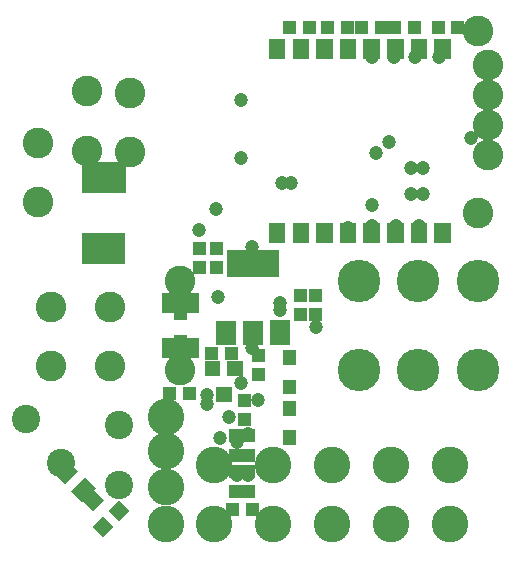
<source format=gbr>
%FSLAX32Y32*%
%MOMM*%
%LNLOETSTOP2*%
G71*
G01*
%ADD10C, 2.60*%
%ADD11C, 3.60*%
%ADD12C, 3.10*%
%ADD13C, 1.20*%
%ADD14C, 2.60*%
%ADD15C, 2.60*%
%ADD16C, 2.40*%
%LPD*%
X5409Y6454D02*
G54D10*
D03*
X5409Y5701D02*
G54D10*
D03*
X6922Y5698D02*
G54D11*
D03*
X6922Y6451D02*
G54D11*
D03*
X7424Y5698D02*
G54D11*
D03*
X7424Y6451D02*
G54D11*
D03*
X7926Y5698D02*
G54D11*
D03*
X7926Y6451D02*
G54D11*
D03*
X5691Y4396D02*
G54D12*
D03*
X5691Y4896D02*
G54D12*
D03*
X6191Y4396D02*
G54D12*
D03*
X6191Y4896D02*
G54D12*
D03*
X6691Y4396D02*
G54D12*
D03*
X6691Y4896D02*
G54D12*
D03*
X7191Y4396D02*
G54D12*
D03*
X7191Y4896D02*
G54D12*
D03*
X7691Y4396D02*
G54D12*
D03*
X7691Y4896D02*
G54D12*
D03*
X5286Y5301D02*
G54D12*
D03*
X5286Y5015D02*
G54D12*
D03*
X5286Y4396D02*
G54D12*
D03*
G36*
X5572Y6354D02*
X5572Y6184D01*
X5252Y6184D01*
X5252Y6354D01*
X5572Y6354D01*
G37*
G36*
X5572Y5974D02*
X5572Y5804D01*
X5252Y5804D01*
X5252Y5974D01*
X5572Y5974D01*
G37*
G36*
X5631Y6787D02*
X5631Y6677D01*
X5521Y6677D01*
X5521Y6787D01*
X5631Y6787D01*
G37*
G36*
X5630Y6620D02*
X5630Y6510D01*
X5520Y6510D01*
X5520Y6620D01*
X5630Y6620D01*
G37*
G36*
X5938Y5648D02*
X5808Y5648D01*
X5808Y5778D01*
X5938Y5778D01*
X5938Y5648D01*
G37*
G36*
X5748Y5648D02*
X5618Y5648D01*
X5618Y5778D01*
X5748Y5778D01*
X5748Y5648D01*
G37*
G36*
X5843Y5426D02*
X5713Y5426D01*
X5713Y5556D01*
X5843Y5556D01*
X5843Y5426D01*
G37*
X5636Y5412D02*
G54D13*
D03*
X5636Y5492D02*
G54D13*
D03*
X4985Y8047D02*
G54D14*
D03*
X4985Y7547D02*
G54D14*
D03*
X7931Y8568D02*
G54D14*
D03*
X7931Y7028D02*
G54D14*
D03*
X4811Y6238D02*
G54D15*
D03*
X4811Y5738D02*
G54D15*
D03*
X4311Y6238D02*
G54D15*
D03*
X4311Y5738D02*
G54D15*
D03*
X6271Y7285D02*
G54D13*
D03*
X6350Y7285D02*
G54D13*
D03*
G36*
X6340Y5911D02*
X6170Y5911D01*
X6170Y6121D01*
X6340Y6121D01*
X6340Y5911D01*
G37*
G36*
X6110Y5910D02*
X5940Y5910D01*
X5940Y6120D01*
X6110Y6120D01*
X6110Y5910D01*
G37*
G36*
X5880Y5910D02*
X5710Y5910D01*
X5710Y6120D01*
X5880Y6120D01*
X5880Y5910D01*
G37*
G36*
X6244Y6487D02*
X5804Y6487D01*
X5804Y6717D01*
X6244Y6717D01*
X6244Y6487D01*
G37*
X5731Y6317D02*
G54D13*
D03*
G36*
X6124Y5882D02*
X6124Y5772D01*
X6014Y5772D01*
X6014Y5882D01*
X6124Y5882D01*
G37*
G36*
X6123Y5715D02*
X6123Y5605D01*
X6013Y5605D01*
X6013Y5715D01*
X6123Y5715D01*
G37*
X6017Y5888D02*
G54D13*
D03*
X6017Y6746D02*
G54D13*
D03*
G36*
X6012Y5501D02*
X6012Y5391D01*
X5902Y5391D01*
X5902Y5501D01*
X6012Y5501D01*
G37*
G36*
X6011Y5334D02*
X6011Y5224D01*
X5901Y5224D01*
X5901Y5334D01*
X6011Y5334D01*
G37*
G36*
X6044Y5200D02*
X6044Y5090D01*
X5934Y5090D01*
X5934Y5200D01*
X6044Y5200D01*
G37*
G36*
X6043Y5033D02*
X6043Y4923D01*
X5933Y4923D01*
X5933Y5033D01*
X6043Y5033D01*
G37*
X5826Y5301D02*
G54D13*
D03*
X5985Y5158D02*
G54D13*
D03*
X6064Y5444D02*
G54D13*
D03*
X7398Y8349D02*
G54D13*
D03*
X8017Y8285D02*
G54D14*
D03*
X8017Y8031D02*
G54D14*
D03*
X8017Y7777D02*
G54D14*
D03*
X8017Y7523D02*
G54D14*
D03*
G36*
X5774Y6787D02*
X5774Y6677D01*
X5664Y6677D01*
X5664Y6787D01*
X5774Y6787D01*
G37*
G36*
X5773Y6620D02*
X5773Y6510D01*
X5663Y6510D01*
X5663Y6620D01*
X5773Y6620D01*
G37*
X5572Y6888D02*
G54D13*
D03*
X7874Y7666D02*
G54D13*
D03*
G36*
X4575Y6601D02*
X4575Y6861D01*
X4945Y6861D01*
X4945Y6601D01*
X4575Y6601D01*
G37*
G36*
X4576Y7203D02*
X4576Y7463D01*
X4946Y7463D01*
X4946Y7203D01*
X4576Y7203D01*
G37*
X4620Y8063D02*
G54D14*
D03*
X4620Y7555D02*
G54D14*
D03*
X4207Y7127D02*
G54D15*
D03*
X4207Y7627D02*
G54D15*
D03*
X7033Y7095D02*
G54D13*
D03*
X7033Y6920D02*
G54D13*
D03*
X5715Y7063D02*
G54D13*
D03*
X7223Y8349D02*
G54D13*
D03*
G36*
X5897Y5786D02*
X5787Y5786D01*
X5787Y5896D01*
X5897Y5896D01*
X5897Y5786D01*
G37*
G36*
X5730Y5785D02*
X5620Y5785D01*
X5620Y5895D01*
X5730Y5895D01*
X5730Y5785D01*
G37*
G36*
X6044Y4898D02*
X6044Y4788D01*
X5934Y4788D01*
X5934Y4898D01*
X6044Y4898D01*
G37*
G36*
X6043Y4731D02*
X6043Y4621D01*
X5933Y4621D01*
X5933Y4731D01*
X6043Y4731D01*
G37*
G36*
X5539Y5450D02*
X5429Y5450D01*
X5429Y5560D01*
X5539Y5560D01*
X5539Y5450D01*
G37*
G36*
X5372Y5451D02*
X5262Y5451D01*
X5262Y5561D01*
X5372Y5561D01*
X5372Y5451D01*
G37*
X5985Y4809D02*
G54D13*
D03*
G36*
X6072Y4468D02*
X5962Y4468D01*
X5962Y4578D01*
X6072Y4578D01*
X6072Y4468D01*
G37*
G36*
X5905Y4467D02*
X5795Y4467D01*
X5795Y4577D01*
X5905Y4577D01*
X5905Y4467D01*
G37*
X5286Y4714D02*
G54D12*
D03*
G36*
X5933Y5200D02*
X5933Y5090D01*
X5823Y5090D01*
X5823Y5200D01*
X5933Y5200D01*
G37*
G36*
X5932Y5033D02*
X5932Y4923D01*
X5822Y4923D01*
X5822Y5033D01*
X5932Y5033D01*
G37*
G36*
X5933Y4898D02*
X5933Y4788D01*
X5823Y4788D01*
X5823Y4898D01*
X5933Y4898D01*
G37*
G36*
X5932Y4731D02*
X5932Y4621D01*
X5822Y4621D01*
X5822Y4731D01*
X5932Y4731D01*
G37*
X5890Y4809D02*
G54D13*
D03*
X5890Y5095D02*
G54D13*
D03*
X5921Y5587D02*
G54D13*
D03*
X5747Y5126D02*
G54D13*
D03*
X7033Y8349D02*
G54D13*
D03*
X5921Y7492D02*
G54D13*
D03*
X5921Y7984D02*
G54D13*
D03*
X4402Y4915D02*
G54D16*
D03*
X4107Y5290D02*
G54D16*
D03*
X4890Y4729D02*
G54D16*
D03*
X4890Y5237D02*
G54D16*
D03*
G36*
X4666Y4376D02*
X4758Y4468D01*
X4850Y4376D01*
X4758Y4284D01*
X4666Y4376D01*
G37*
G36*
X4801Y4511D02*
X4893Y4603D01*
X4985Y4511D01*
X4893Y4419D01*
X4801Y4511D01*
G37*
G36*
X4577Y4601D02*
X4669Y4692D01*
X4760Y4601D01*
X4669Y4509D01*
X4577Y4601D01*
G37*
G36*
X4454Y4937D02*
X4546Y4845D01*
X4433Y4732D01*
X4341Y4824D01*
X4454Y4937D01*
G37*
G36*
X4600Y4791D02*
X4692Y4699D01*
X4578Y4586D01*
X4487Y4678D01*
X4600Y4791D01*
G37*
G36*
X6390Y5438D02*
X6390Y5313D01*
X6280Y5314D01*
X6280Y5439D01*
X6390Y5438D01*
G37*
G36*
X6390Y5192D02*
X6390Y5067D01*
X6280Y5066D01*
X6280Y5191D01*
X6390Y5192D01*
G37*
G36*
X5469Y6248D02*
X5469Y6123D01*
X5359Y6123D01*
X5359Y6248D01*
X5469Y6248D01*
G37*
G36*
X5469Y6001D02*
X5469Y5876D01*
X5359Y5876D01*
X5359Y6001D01*
X5469Y6001D01*
G37*
G36*
X6371Y6114D02*
X6371Y6224D01*
X6481Y6224D01*
X6481Y6114D01*
X6371Y6114D01*
G37*
G36*
X6370Y6281D02*
X6370Y6391D01*
X6480Y6391D01*
X6480Y6281D01*
X6370Y6281D01*
G37*
G36*
X6498Y6114D02*
X6498Y6224D01*
X6608Y6224D01*
X6608Y6114D01*
X6498Y6114D01*
G37*
G36*
X6497Y6281D02*
X6497Y6391D01*
X6607Y6391D01*
X6607Y6281D01*
X6497Y6281D01*
G37*
X6556Y6063D02*
G54D13*
D03*
X6826Y6904D02*
G54D13*
D03*
X7430Y6920D02*
G54D13*
D03*
G36*
X7815Y8549D02*
X7705Y8549D01*
X7705Y8659D01*
X7815Y8659D01*
X7815Y8549D01*
G37*
G36*
X7648Y8548D02*
X7538Y8548D01*
X7538Y8658D01*
X7648Y8658D01*
X7648Y8548D01*
G37*
G36*
X7449Y8549D02*
X7339Y8549D01*
X7339Y8659D01*
X7449Y8659D01*
X7449Y8549D01*
G37*
G36*
X7282Y8548D02*
X7172Y8548D01*
X7172Y8658D01*
X7282Y8658D01*
X7282Y8548D01*
G37*
G36*
X7164Y8549D02*
X7054Y8549D01*
X7054Y8659D01*
X7164Y8659D01*
X7164Y8549D01*
G37*
G36*
X6997Y8548D02*
X6887Y8548D01*
X6887Y8658D01*
X6997Y8658D01*
X6997Y8548D01*
G37*
G36*
X6878Y8549D02*
X6768Y8549D01*
X6768Y8659D01*
X6878Y8659D01*
X6878Y8549D01*
G37*
G36*
X6711Y8548D02*
X6601Y8548D01*
X6601Y8658D01*
X6711Y8658D01*
X6711Y8548D01*
G37*
G36*
X6560Y8549D02*
X6450Y8549D01*
X6450Y8659D01*
X6560Y8659D01*
X6560Y8549D01*
G37*
G36*
X6393Y8548D02*
X6283Y8548D01*
X6283Y8658D01*
X6393Y8658D01*
X6393Y8548D01*
G37*
G36*
X7560Y6944D02*
X7700Y6944D01*
X7700Y6774D01*
X7560Y6774D01*
X7560Y6944D01*
G37*
G36*
X7360Y6944D02*
X7500Y6944D01*
X7500Y6774D01*
X7360Y6774D01*
X7360Y6944D01*
G37*
G36*
X7160Y6944D02*
X7300Y6944D01*
X7300Y6774D01*
X7160Y6774D01*
X7160Y6944D01*
G37*
G36*
X6960Y6944D02*
X7100Y6944D01*
X7100Y6774D01*
X6960Y6774D01*
X6960Y6944D01*
G37*
G36*
X6760Y6944D02*
X6900Y6944D01*
X6900Y6774D01*
X6760Y6774D01*
X6760Y6944D01*
G37*
G36*
X6560Y6944D02*
X6700Y6944D01*
X6700Y6774D01*
X6560Y6774D01*
X6560Y6944D01*
G37*
G36*
X6360Y6944D02*
X6500Y6944D01*
X6500Y6774D01*
X6360Y6774D01*
X6360Y6944D01*
G37*
G36*
X6160Y6944D02*
X6300Y6944D01*
X6300Y6774D01*
X6160Y6774D01*
X6160Y6944D01*
G37*
G36*
X7560Y8507D02*
X7700Y8507D01*
X7700Y8337D01*
X7560Y8337D01*
X7560Y8507D01*
G37*
G36*
X7360Y8507D02*
X7500Y8507D01*
X7500Y8337D01*
X7360Y8337D01*
X7360Y8507D01*
G37*
G36*
X7160Y8507D02*
X7300Y8507D01*
X7300Y8337D01*
X7160Y8337D01*
X7160Y8507D01*
G37*
G36*
X6960Y8507D02*
X7100Y8507D01*
X7100Y8337D01*
X6960Y8337D01*
X6960Y8507D01*
G37*
G36*
X6760Y8507D02*
X6900Y8507D01*
X6900Y8337D01*
X6760Y8337D01*
X6760Y8507D01*
G37*
G36*
X6560Y8507D02*
X6700Y8507D01*
X6700Y8337D01*
X6560Y8337D01*
X6560Y8507D01*
G37*
G36*
X6360Y8507D02*
X6500Y8507D01*
X6500Y8337D01*
X6360Y8337D01*
X6360Y8507D01*
G37*
G36*
X6160Y8507D02*
X6300Y8507D01*
X6300Y8337D01*
X6160Y8337D01*
X6160Y8507D01*
G37*
X7604Y8349D02*
G54D13*
D03*
X7239Y6920D02*
G54D13*
D03*
X7366Y7190D02*
G54D13*
D03*
X7461Y7190D02*
G54D13*
D03*
X7366Y7412D02*
G54D13*
D03*
X7461Y7412D02*
G54D13*
D03*
X7064Y7539D02*
G54D13*
D03*
X7176Y7635D02*
G54D13*
D03*
G36*
X6390Y5867D02*
X6390Y5742D01*
X6280Y5742D01*
X6280Y5867D01*
X6390Y5867D01*
G37*
G36*
X6390Y5620D02*
X6390Y5495D01*
X6280Y5495D01*
X6280Y5620D01*
X6390Y5620D01*
G37*
X6255Y6206D02*
G54D13*
D03*
X6255Y6269D02*
G54D13*
D03*
M02*

</source>
